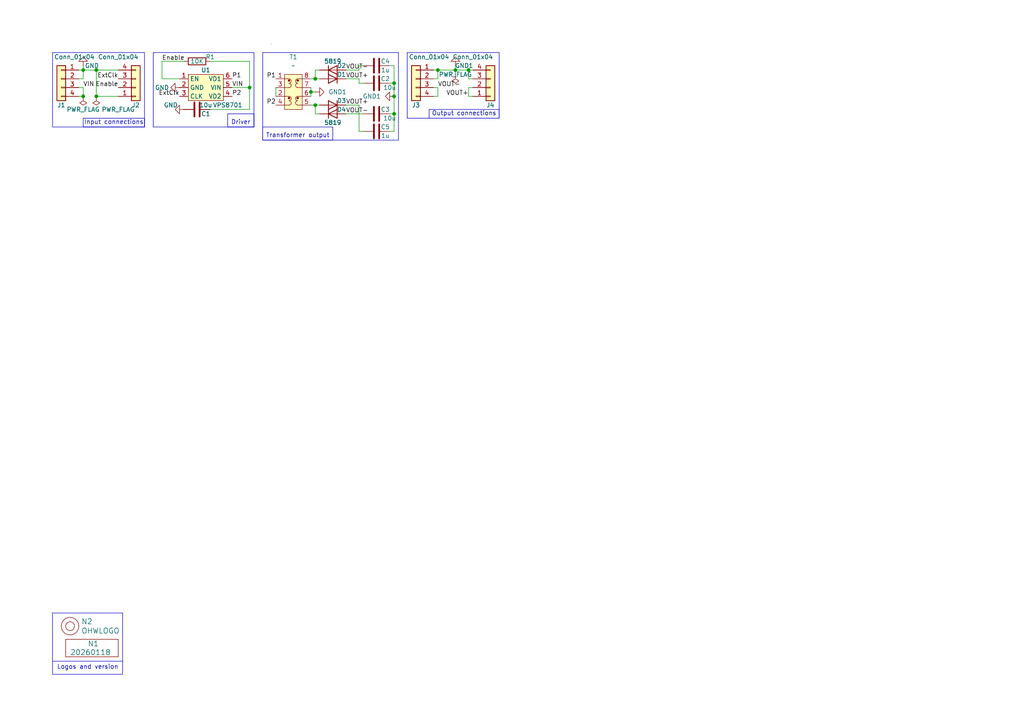
<source format=kicad_sch>
(kicad_sch (version 20250114) (generator "eeschema") (generator_version "9.0")
  (paper "A4")
  (lib_symbols
    (symbol "Connector_Generic:Conn_01x04" (pin_names (offset 1.016) (hide yes))
      (property "Reference" "J" (at 0 5.08 0))
      (property "Value" "Conn_01x04" (at 0 -7.62 0))
      (symbol "Conn_01x04_1_1"
        (rectangle (start -1.27 3.81) (end 1.27 -6.35) (stroke (width 0.254)) (fill (type background)))
        (rectangle (start -1.27 2.667) (end 0 2.413) (stroke (width 0.1524)))
        (rectangle (start -1.27 0.127) (end 0 -0.127) (stroke (width 0.1524)))
        (rectangle (start -1.27 -2.413) (end 0 -2.667) (stroke (width 0.1524)))
        (rectangle (start -1.27 -4.953) (end 0 -5.207) (stroke (width 0.1524)))
        (pin passive line (at -5.08 2.54 0) (length 3.81) (name "Pin_1") (number "1"))
        (pin passive line (at -5.08 0 0) (length 3.81) (name "Pin_2") (number "2"))
        (pin passive line (at -5.08 -2.54 0) (length 3.81) (name "Pin_3") (number "3"))
        (pin passive line (at -5.08 -5.08 0) (length 3.81) (name "Pin_4") (number "4"))
      )
    )
    (symbol "Device:C" (pin_numbers (hide yes)) (pin_names (offset 0.254))
      (property "Reference" "C" (at 0.635 2.54 0))
      (property "Value" "C" (at 0.635 -2.54 0))
      (symbol "C_0_1"
        (polyline (pts (xy -2.032 0.762) (xy 2.032 0.762)) (stroke (width 0.508)))
        (polyline (pts (xy -2.032 -0.762) (xy 2.032 -0.762)) (stroke (width 0.508)))
      )
      (symbol "C_1_1"
        (pin passive line (at 0 3.81 270) (length 2.794) (name "~") (number "1"))
        (pin passive line (at 0 -3.81 90) (length 2.794) (name "~") (number "2"))
      )
    )
    (symbol "Device:D" (pin_numbers (hide yes)) (pin_names (offset 1.016) (hide yes))
      (property "Reference" "D" (at 0 2.54 0))
      (property "Value" "D" (at 0 -2.54 0))
      (symbol "D_0_1"
        (polyline (pts (xy -1.27 1.27) (xy -1.27 -1.27)) (stroke (width 0.254)))
        (polyline (pts (xy 1.27 1.27) (xy 1.27 -1.27) (xy -1.27 0) (xy 1.27 1.27)) (stroke (width 0.254)))
        (polyline (pts (xy 1.27 0) (xy -1.27 0)))
      )
      (symbol "D_1_1"
        (pin passive line (at -3.81 0 0) (length 2.54) (name "K") (number "1"))
        (pin passive line (at 3.81 0 180) (length 2.54) (name "A") (number "2"))
      )
    )
    (symbol "Device:R" (pin_numbers (hide yes)) (pin_names (offset 0))
      (property "Reference" "R" (at 2.032 0 90))
      (property "Value" "R" (at 0 0 90))
      (symbol "R_0_1"
        (rectangle (start -1.016 -2.54) (end 1.016 2.54) (stroke (width 0.254)))
      )
      (symbol "R_1_1"
        (pin passive line (at 0 3.81 270) (length 1.27) (name "~") (number "1"))
        (pin passive line (at 0 -3.81 90) (length 1.27) (name "~") (number "2"))
      )
    )
    (symbol "SquantorLabels:OHWLOGO" (pin_names (offset 1.016))
      (property "Reference" "N" (at 0 3.81 0))
      (property "Value" "OHWLOGO" (at 0 -3.81 0))
      (symbol "OHWLOGO_0_1"
        (circle (center 0 0) (radius 1.27))
        (circle (center 0 0) (radius 2.54))
      )
    )
    (symbol "SquantorLabels:VYYYYMMDD" (pin_names (offset 1.016))
      (property "Reference" "N" (at 0 2.54 0))
      (property "Value" "VYYYYMMDD" (at 0 0 0))
      (symbol "VYYYYMMDD_0_1"
        (rectangle (start 7.62 -1.27) (end -7.62 3.81))
      )
    )
    (symbol "SquantorTransformer:PushPull_8pin" (pin_names (hide yes))
      (property "Reference" "T" (at 0 5.08 0))
      (symbol "PushPull_8pin_0_1"
        (polyline (pts (xy -2.54 -5.08) (xy -1.27 -5.08)))
        (polyline (pts (xy 2.54 -5.08) (xy 1.27 -5.08)))
      )
      (symbol "PushPull_8pin_1_1"
        (rectangle (start -2.54 3.81) (end 2.54 -6.35) (fill (type background)))
        (polyline (pts (xy -2.54 2.54) (xy -1.27 2.54)))
        (polyline (pts (xy -2.54 0) (xy -1.27 0)))
        (polyline (pts (xy -2.54 -2.54) (xy -1.27 -2.54)))
        (circle (center -1.27 2.032) (radius 0.254) (fill (type outline)))
        (arc (start -1.27 2.54) (mid -0.635 1.905) (end -1.27 1.27))
        (arc (start -1.27 1.27) (mid -0.635 0.635) (end -1.27 0))
        (circle (center -1.27 -3.048) (radius 0.254) (fill (type outline)))
        (arc (start -1.27 -2.54) (mid -0.635 -3.175) (end -1.27 -3.81))
        (arc (start -1.27 -3.81) (mid -0.635 -4.445) (end -1.27 -5.08))
        (circle (center 1.27 2.032) (radius 0.254) (fill (type outline)))
        (arc (start 1.27 1.27) (mid 0.635 1.905) (end 1.27 2.54))
        (arc (start 1.27 0) (mid 0.635 0.635) (end 1.27 1.27))
        (circle (center 1.27 -3.048) (radius 0.254) (fill (type outline)))
        (arc (start 1.27 -3.81) (mid 0.635 -3.175) (end 1.27 -2.54))
        (arc (start 1.27 -5.08) (mid 0.635 -4.445) (end 1.27 -3.81))
        (polyline (pts (xy 2.54 2.54) (xy 1.27 2.54)))
        (polyline (pts (xy 2.54 0) (xy 1.27 0)))
        (polyline (pts (xy 2.54 -2.54) (xy 1.27 -2.54)))
        (pin passive line (at -5.08 2.54 0) (length 2.54) (name "N1_1") (number "1"))
        (pin passive line (at -5.08 0 0) (length 2.54) (name "N1_2") (number "3"))
        (pin passive line (at -5.08 -2.54 0) (length 2.54) (name "N2_1") (number "2"))
        (pin passive line (at -5.08 -5.08 0) (length 2.54) (name "N2_2") (number "4"))
        (pin passive line (at 5.08 2.54 180) (length 2.54) (name "N4_!") (number "8"))
        (pin passive line (at 5.08 0 180) (length 2.54) (name "N4_2") (number "7"))
        (pin passive line (at 5.08 -2.54 180) (length 2.54) (name "N3_1") (number "6"))
        (pin passive line (at 5.08 -5.08 180) (length 2.54) (name "N3_2") (number "5"))
      )
    )
    (symbol "SquantorVPSC:VPS8701"
      (property "Reference" "U" (at 0 5.08 0))
      (symbol "VPS8701_1_1"
        (rectangle (start -5.08 3.81) (end 5.08 -3.81) (fill (type background)))
        (pin input line (at -7.62 2.54 0) (length 2.54) (name "EN") (number "1"))
        (pin power_in line (at -7.62 0 0) (length 2.54) (name "GND") (number "2"))
        (pin input line (at -7.62 -2.54 0) (length 2.54) (name "CLK") (number "3"))
        (pin output line (at 7.62 2.54 180) (length 2.54) (name "VD1") (number "6"))
        (pin power_in line (at 7.62 0 180) (length 2.54) (name "VIN") (number "5"))
        (pin output line (at 7.62 -2.54 180) (length 2.54) (name "VD2") (number "4"))
      )
    )
    (symbol "power:GND" (power) (pin_numbers (hide yes)) (pin_names (offset 0) (hide yes))
      (property "Value" "GND" (at 0 -3.81 0))
      (symbol "GND_0_1"
        (polyline (pts (xy 0 0) (xy 0 -1.27) (xy 1.27 -1.27) (xy 0 -2.54) (xy -1.27 -1.27) (xy 0 -1.27)))
      )
      (symbol "GND_1_1"
        (pin power_in line (at 0 0 270) (length 0) (name "~") (number "1"))
      )
    )
    (symbol "power:GND1" (power) (pin_numbers (hide yes)) (pin_names (offset 0) (hide yes))
      (property "Value" "GND1" (at 0 -3.81 0))
      (symbol "GND1_0_1"
        (polyline (pts (xy 0 0) (xy 0 -1.27) (xy 1.27 -1.27) (xy 0 -2.54) (xy -1.27 -1.27) (xy 0 -1.27)))
      )
      (symbol "GND1_1_1"
        (pin power_in line (at 0 0 270) (length 0) (name "~") (number "1"))
      )
    )
    (symbol "power:PWR_FLAG" (power) (pin_numbers (hide yes)) (pin_names (offset 0) (hide yes))
      (property "Value" "PWR_FLAG" (at 0 3.81 0))
      (symbol "PWR_FLAG_0_0"
        (pin power_out line (at 0 0 90) (length 0) (name "~") (number "1"))
      )
      (symbol "PWR_FLAG_0_1"
        (polyline (pts (xy 0 0) (xy 0 1.27) (xy -1.016 1.905) (xy 0 2.54) (xy 1.016 1.905) (xy 0 1.27)))
      )
    )
  )
  (rectangle (start 44.45 15.24) (end 73.66 36.83))
  (rectangle (start 24.13 34.29) (end 41.91 36.83))
  (rectangle (start 76.2 36.83) (end 96.52 40.64))
  (rectangle (start 66.04 33.02) (end 73.66 36.83))
  (rectangle (start 76.2 15.24) (end 115.57 40.64))
  (rectangle (start 124.46 31.75) (end 144.78 34.29))
  (rectangle (start 15.24 15.24) (end 41.91 36.83))
  (rectangle (start 78.74 12.7) (end 78.74 12.7))
  (rectangle (start 118.11 15.24) (end 144.78 34.29))
  (text "Output connections" (at 134.62 33.02 0) (effects (font (size 1.27 1.27))))
  (text "Driver" (at 69.85 35.56 0) (effects (font (size 1.27 1.27))))
  (text "Logos and version" (at 16.51 194.31 0) (effects (font (size 1.27 1.27)) (justify left bottom)))
  (text "Transformer output" (at 86.36 39.37 0) (effects (font (size 1.27 1.27))))
  (text "Input connections" (at 33.02 35.56 0) (effects (font (size 1.27 1.27))))
  (junction (at 27.94 20.32))
  (junction (at 90.17 26.67))
  (junction (at 27.94 27.94))
  (junction (at 24.13 27.94))
  (junction (at 72.39 25.4))
  (junction (at 114.3 24.13))
  (junction (at 135.89 20.32))
  (junction (at 114.3 33.02))
  (junction (at 127 20.32))
  (junction (at 91.44 22.86))
  (junction (at 132.08 20.32))
  (junction (at 91.44 30.48))
  (junction (at 114.3 27.94))
  (junction (at 24.13 20.32))
  (wire (pts (xy 104.14 24.13) (xy 105.41 24.13)))
  (wire (pts (xy 90.17 26.67) (xy 90.17 27.94)))
  (wire (pts (xy 104.14 19.05) (xy 104.14 20.32)))
  (wire (pts (xy 137.16 25.4) (xy 135.89 25.4)))
  (wire (pts (xy 113.03 38.1) (xy 114.3 38.1)))
  (wire (pts (xy 100.33 22.86) (xy 104.14 22.86)))
  (polyline (pts (xy 15.24 177.8) (xy 15.24 195.58)))
  (polyline (pts (xy 35.56 177.8) (xy 15.24 177.8)))
  (wire (pts (xy 135.89 27.94) (xy 137.16 27.94)))
  (wire (pts (xy 127 25.4) (xy 127 27.94)))
  (wire (pts (xy 135.89 22.86) (xy 135.89 20.32)))
  (wire (pts (xy 90.17 25.4) (xy 90.17 26.67)))
  (wire (pts (xy 60.96 31.75) (xy 72.39 31.75)))
  (wire (pts (xy 72.39 25.4) (xy 72.39 17.78)))
  (wire (pts (xy 90.17 22.86) (xy 91.44 22.86)))
  (wire (pts (xy 72.39 31.75) (xy 72.39 25.4)))
  (wire (pts (xy 132.08 20.32) (xy 132.08 21.59)))
  (wire (pts (xy 114.3 24.13) (xy 114.3 27.94)))
  (wire (pts (xy 27.94 27.94) (xy 34.29 27.94)))
  (wire (pts (xy 105.41 19.05) (xy 104.14 19.05)))
  (wire (pts (xy 46.99 17.78) (xy 53.34 17.78)))
  (wire (pts (xy 104.14 38.1) (xy 105.41 38.1)))
  (wire (pts (xy 46.99 22.86) (xy 52.07 22.86)))
  (wire (pts (xy 24.13 20.32) (xy 24.13 22.86)))
  (wire (pts (xy 113.03 19.05) (xy 114.3 19.05)))
  (wire (pts (xy 91.44 22.86) (xy 91.44 20.32)))
  (wire (pts (xy 91.44 22.86) (xy 92.71 22.86)))
  (wire (pts (xy 72.39 17.78) (xy 60.96 17.78)))
  (wire (pts (xy 100.33 33.02) (xy 105.41 33.02)))
  (wire (pts (xy 125.73 20.32) (xy 127 20.32)))
  (wire (pts (xy 91.44 30.48) (xy 92.71 30.48)))
  (wire (pts (xy 27.94 20.32) (xy 27.94 27.94)))
  (wire (pts (xy 67.31 25.4) (xy 72.39 25.4)))
  (wire (pts (xy 22.86 20.32) (xy 24.13 20.32)))
  (wire (pts (xy 132.08 20.32) (xy 135.89 20.32)))
  (wire (pts (xy 113.03 24.13) (xy 114.3 24.13)))
  (wire (pts (xy 92.71 33.02) (xy 91.44 33.02)))
  (wire (pts (xy 137.16 22.86) (xy 135.89 22.86)))
  (wire (pts (xy 135.89 20.32) (xy 137.16 20.32)))
  (wire (pts (xy 114.3 27.94) (xy 114.3 33.02)))
  (wire (pts (xy 22.86 22.86) (xy 24.13 22.86)))
  (wire (pts (xy 113.03 33.02) (xy 114.3 33.02)))
  (wire (pts (xy 24.13 27.94) (xy 24.13 25.4)))
  (wire (pts (xy 24.13 19.05) (xy 24.13 20.32)))
  (wire (pts (xy 91.44 30.48) (xy 91.44 33.02)))
  (wire (pts (xy 24.13 20.32) (xy 27.94 20.32)))
  (wire (pts (xy 22.86 27.94) (xy 24.13 27.94)))
  (polyline (pts (xy 35.56 195.58) (xy 35.56 177.8)))
  (polyline (pts (xy 15.24 195.58) (xy 35.56 195.58)))
  (wire (pts (xy 80.01 25.4) (xy 80.01 27.94)))
  (wire (pts (xy 100.33 20.32) (xy 104.14 20.32)))
  (wire (pts (xy 114.3 19.05) (xy 114.3 24.13)))
  (wire (pts (xy 46.99 17.78) (xy 46.99 22.86)))
  (wire (pts (xy 135.89 25.4) (xy 135.89 27.94)))
  (wire (pts (xy 90.17 26.67) (xy 91.44 26.67)))
  (wire (pts (xy 132.08 20.32) (xy 132.08 19.05)))
  (wire (pts (xy 125.73 27.94) (xy 127 27.94)))
  (wire (pts (xy 100.33 30.48) (xy 104.14 30.48)))
  (wire (pts (xy 104.14 30.48) (xy 104.14 38.1)))
  (wire (pts (xy 104.14 22.86) (xy 104.14 24.13)))
  (wire (pts (xy 125.73 25.4) (xy 127 25.4)))
  (wire (pts (xy 22.86 25.4) (xy 24.13 25.4)))
  (wire (pts (xy 127 20.32) (xy 132.08 20.32)))
  (wire (pts (xy 114.3 38.1) (xy 114.3 33.02)))
  (wire (pts (xy 90.17 30.48) (xy 91.44 30.48)))
  (polyline (pts (xy 15.24 191.77) (xy 35.56 191.77)))
  (wire (pts (xy 125.73 22.86) (xy 127 22.86)))
  (wire (pts (xy 91.44 20.32) (xy 92.71 20.32)))
  (wire (pts (xy 34.29 20.32) (xy 27.94 20.32)))
  (wire (pts (xy 127 22.86) (xy 127 20.32)))
  (label "ExtClk" (at 34.29 22.86 180))
  (label "VIN" (at 24.13 25.4 0))
  (label "P2" (at 80.01 30.48 180))
  (label "VIN" (at 67.31 25.4 0))
  (label "ExtClk" (at 52.07 27.94 180))
  (label "P1" (at 67.31 22.86 0))
  (label "P1" (at 80.01 22.86 180))
  (label "VOUT+" (at 135.89 27.94 180))
  (label "Enable" (at 46.99 17.78 0))
  (label "P2" (at 67.31 27.94 0))
  (label "VOUT-" (at 100.33 33.02 0))
  (label "VOUT+" (at 100.33 30.48 0))
  (label "VOUT+" (at 100.33 22.86 0))
  (label "VOUT-" (at 127 25.4 0))
  (label "Enable" (at 34.29 25.4 180))
  (label "VOUT-" (at 100.33 20.32 0))
  (symbol (lib_id "SquantorLabels:VYYYYMMDD") (at 26.67 189.23 0) (unit 1)
    (property "Reference" "N1" (at 25.4 186.69 0) (effects (font (size 1.524 1.524)) (justify left)))
    (property "Value" "20260118" (at 20.32 189.23 0) (effects (font (size 1.524 1.524)) (justify left)))
    (property "Footprint" "SquantorLabels:Label_Generic" (effects (hide yes)))
  )
  (symbol (lib_id "SquantorLabels:OHWLOGO") (at 20.32 181.61 0) (unit 1)
    (property "Reference" "N2" (at 23.5712 180.2638 0) (effects (font (size 1.524 1.524)) (justify left)))
    (property "Value" "OHWLOGO" (at 23.5712 182.9562 0) (effects (font (size 1.524 1.524)) (justify left)))
    (property "Footprint" "Symbol:OSHW-Symbol_6.7x6mm_SilkScreen" (effects (hide yes)))
  )
  (symbol (lib_id "power:GND") (at 52.07 25.4 270) (unit 1)
    (property "Reference" "#PWR03" (effects (hide yes)))
    (property "Value" "GND" (at 46.99 25.4 90))
    (property "Description" "Power symbol creates a global label with name \"GND\" , ground" (effects (hide yes)))
  )
  (symbol (lib_id "SquantorTransformer:PushPull_8pin") (at 85.09 25.4 0) (unit 1)
    (property "Reference" "T1" (at 85.09 16.51 0))
    (property "Value" "~" (at 85.09 19.05 0))
    (property "Footprint" "SquantorVPSC:T_2W_8pin_hand" (effects (hide yes)))
  )
  (symbol (lib_id "power:GND") (at 24.13 19.05 180) (unit 1)
    (property "Reference" "#PWR01" (effects (hide yes)))
    (property "Value" "GND" (at 26.67 19.05 0))
    (property "Description" "Power symbol creates a global label with name \"GND\" , ground" (effects (hide yes)))
  )
  (symbol (lib_id "Device:D") (at 96.52 22.86 180) (unit 1)
    (property "Reference" "D1" (at 99.06 21.59 0))
    (property "Value" "5819" (at 96.52 17.78 0))
    (property "Footprint" "SquantorDiodes:SOD-323HE-shikues" (effects (hide yes)))
    (property "Description" "Diode" (effects (hide yes)))
    (property "Sim.Device" "D" (effects (hide yes)))
    (property "Sim.Pins" "1=K 2=A" (effects (hide yes)))
  )
  (symbol (lib_id "power:PWR_FLAG") (at 132.08 21.59 180) (unit 1)
    (property "Reference" "#FLG03" (effects (hide yes)))
    (property "Value" "PWR_FLAG" (at 132.08 21.59 0))
    (property "Description" "Special symbol for telling ERC where power comes from" (effects (hide yes)))
  )
  (symbol (lib_id "Device:R") (at 57.15 17.78 90) (unit 1)
    (property "Reference" "R1" (at 60.96 16.51 90))
    (property "Value" "10K" (at 57.15 17.78 90))
    (property "Footprint" "SquantorResistor:R_0603_hand" (effects (hide yes)))
    (property "Description" "Resistor" (effects (hide yes)))
  )
  (symbol (lib_id "Connector_Generic:Conn_01x04") (at 142.24 25.4 0) (mirror x) (unit 1)
    (property "Reference" "J4" (at 142.24 30.48 0))
    (property "Value" "Conn_01x04" (at 137.16 16.51 0))
    (property "Footprint" "SquantorConnectors:Header-0254-1X04-H010" (effects (hide yes)))
    (property "Description" "Generic connector, single row, 01x04, script generated (kicad-library-utils/schlib/autogen/connector/)" (effects (hide yes)))
  )
  (symbol (lib_id "Connector_Generic:Conn_01x04") (at 120.65 22.86 0) (mirror y) (unit 1)
    (property "Reference" "J3" (at 120.65 30.48 0))
    (property "Value" "Conn_01x04" (at 124.46 16.51 0))
    (property "Footprint" "SquantorConnectors:Header-0254-1X04-H010" (effects (hide yes)))
    (property "Description" "Generic connector, single row, 01x04, script generated (kicad-library-utils/schlib/autogen/connector/)" (effects (hide yes)))
  )
  (symbol (lib_id "power:GND1") (at 91.44 26.67 90) (unit 1)
    (property "Reference" "#PWR04" (effects (hide yes)))
    (property "Value" "GND1" (at 95.25 26.6699 90) (effects (justify right)))
    (property "Description" "Power symbol creates a global label with name \"GND1\" , ground" (effects (hide yes)))
  )
  (symbol (lib_id "power:GND1") (at 132.08 19.05 0) (mirror x) (unit 1)
    (property "Reference" "#PWR06" (effects (hide yes)))
    (property "Value" "GND1" (at 134.62 19.05 0))
    (property "Description" "Power symbol creates a global label with name \"GND1\" , ground" (effects (hide yes)))
  )
  (symbol (lib_id "Device:D") (at 96.52 20.32 0) (unit 1)
    (property "Reference" "D2" (at 99.06 19.05 0))
    (property "Value" "5819" (at 96.52 17.78 0))
    (property "Footprint" "SquantorDiodes:SOD-323HE-shikues" (effects (hide yes)))
    (property "Description" "Diode" (effects (hide yes)))
    (property "Sim.Device" "D" (effects (hide yes)))
    (property "Sim.Pins" "1=K 2=A" (effects (hide yes)))
  )
  (symbol (lib_id "Device:D") (at 96.52 33.02 0) (unit 1)
    (property "Reference" "D4" (at 99.06 31.75 0))
    (property "Value" "5819" (at 96.52 35.56 0))
    (property "Footprint" "SquantorDiodes:SOD-323HE-shikues" (effects (hide yes)))
    (property "Description" "Diode" (effects (hide yes)))
    (property "Sim.Device" "D" (effects (hide yes)))
    (property "Sim.Pins" "1=K 2=A" (effects (hide yes)))
  )
  (symbol (lib_id "power:GND1") (at 114.3 27.94 270) (unit 1)
    (property "Reference" "#PWR05" (effects (hide yes)))
    (property "Value" "GND1" (at 110.49 27.9399 90) (effects (justify right)))
    (property "Description" "Power symbol creates a global label with name \"GND1\" , ground" (effects (hide yes)))
  )
  (symbol (lib_id "Device:C") (at 109.22 38.1 90) (unit 1)
    (property "Reference" "C5" (at 111.76 36.83 90))
    (property "Value" "1u" (at 111.76 39.37 90))
    (property "Footprint" "SquantorCapacitor:C_0603" (effects (hide yes)))
    (property "Description" "Unpolarized capacitor" (effects (hide yes)))
  )
  (symbol (lib_id "Device:C") (at 109.22 24.13 90) (unit 1)
    (property "Reference" "C2" (at 111.76 22.86 90))
    (property "Value" "10u" (at 113.03 25.4 90))
    (property "Footprint" "SquantorCapacitor:C_1206_0805" (effects (hide yes)))
    (property "Description" "Unpolarized capacitor" (effects (hide yes)))
  )
  (symbol (lib_id "Device:D") (at 96.52 30.48 180) (unit 1)
    (property "Reference" "D3" (at 99.06 29.21 0))
    (property "Value" "5819" (at 96.52 35.56 0))
    (property "Footprint" "SquantorDiodes:SOD-323HE-shikues" (effects (hide yes)))
    (property "Description" "Diode" (effects (hide yes)))
    (property "Sim.Device" "D" (effects (hide yes)))
    (property "Sim.Pins" "1=K 2=A" (effects (hide yes)))
  )
  (symbol (lib_id "power:PWR_FLAG") (at 27.94 27.94 180) (unit 1)
    (property "Reference" "#FLG01" (effects (hide yes)))
    (property "Value" "PWR_FLAG" (at 34.29 31.75 0))
    (property "Description" "Special symbol for telling ERC where power comes from" (effects (hide yes)))
  )
  (symbol (lib_id "Device:C") (at 109.22 33.02 90) (unit 1)
    (property "Reference" "C3" (at 111.76 31.75 90))
    (property "Value" "10u" (at 113.03 34.29 90))
    (property "Footprint" "SquantorCapacitor:C_1206_0805" (effects (hide yes)))
    (property "Description" "Unpolarized capacitor" (effects (hide yes)))
  )
  (symbol (lib_id "power:PWR_FLAG") (at 24.13 27.94 0) (mirror x) (unit 1)
    (property "Reference" "#FLG02" (effects (hide yes)))
    (property "Value" "PWR_FLAG" (at 24.13 31.75 0))
    (property "Description" "Special symbol for telling ERC where power comes from" (effects (hide yes)))
  )
  (symbol (lib_id "power:GND") (at 53.34 31.75 270) (unit 1)
    (property "Reference" "#PWR02" (effects (hide yes)))
    (property "Value" "GND" (at 49.53 30.48 90))
    (property "Description" "Power symbol creates a global label with name \"GND\" , ground" (effects (hide yes)))
  )
  (symbol (lib_id "SquantorVPSC:VPS8701") (at 59.69 25.4 0) (unit 1)
    (property "Reference" "U1" (at 59.69 20.32 0))
    (property "Value" "VPS8701" (at 66.04 30.48 0))
    (property "Footprint" "SquantorIC:SOT23-6-HAND" (effects (hide yes)))
  )
  (symbol (lib_id "Device:C") (at 109.22 19.05 90) (unit 1)
    (property "Reference" "C4" (at 111.76 17.78 90))
    (property "Value" "1u" (at 111.76 20.32 90))
    (property "Footprint" "SquantorCapacitor:C_0603" (effects (hide yes)))
    (property "Description" "Unpolarized capacitor" (effects (hide yes)))
  )
  (symbol (lib_id "Connector_Generic:Conn_01x04") (at 39.37 25.4 0) (mirror x) (unit 1)
    (property "Reference" "J2" (at 39.37 30.48 0))
    (property "Value" "Conn_01x04" (at 34.29 16.51 0))
    (property "Footprint" "SquantorConnectors:Header-0254-1X04-H010" (effects (hide yes)))
    (property "Description" "Generic connector, single row, 01x04, script generated (kicad-library-utils/schlib/autogen/connector/)" (effects (hide yes)))
  )
  (symbol (lib_id "Connector_Generic:Conn_01x04") (at 17.78 22.86 0) (mirror y) (unit 1)
    (property "Reference" "J1" (at 17.78 30.48 0))
    (property "Value" "Conn_01x04" (at 21.59 16.51 0))
    (property "Footprint" "SquantorConnectors:Header-0254-1X04-H010" (effects (hide yes)))
    (property "Description" "Generic connector, single row, 01x04, script generated (kicad-library-utils/schlib/autogen/connector/)" (effects (hide yes)))
  )
  (symbol (lib_id "Device:C") (at 57.15 31.75 90) (unit 1)
    (property "Reference" "C1" (at 59.69 33.02 90))
    (property "Value" "10u" (at 59.69 30.48 90))
    (property "Footprint" "SquantorCapacitor:C_1206_0805" (effects (hide yes)))
    (property "Description" "Unpolarized capacitor" (effects (hide yes)))
  )
)
</source>
